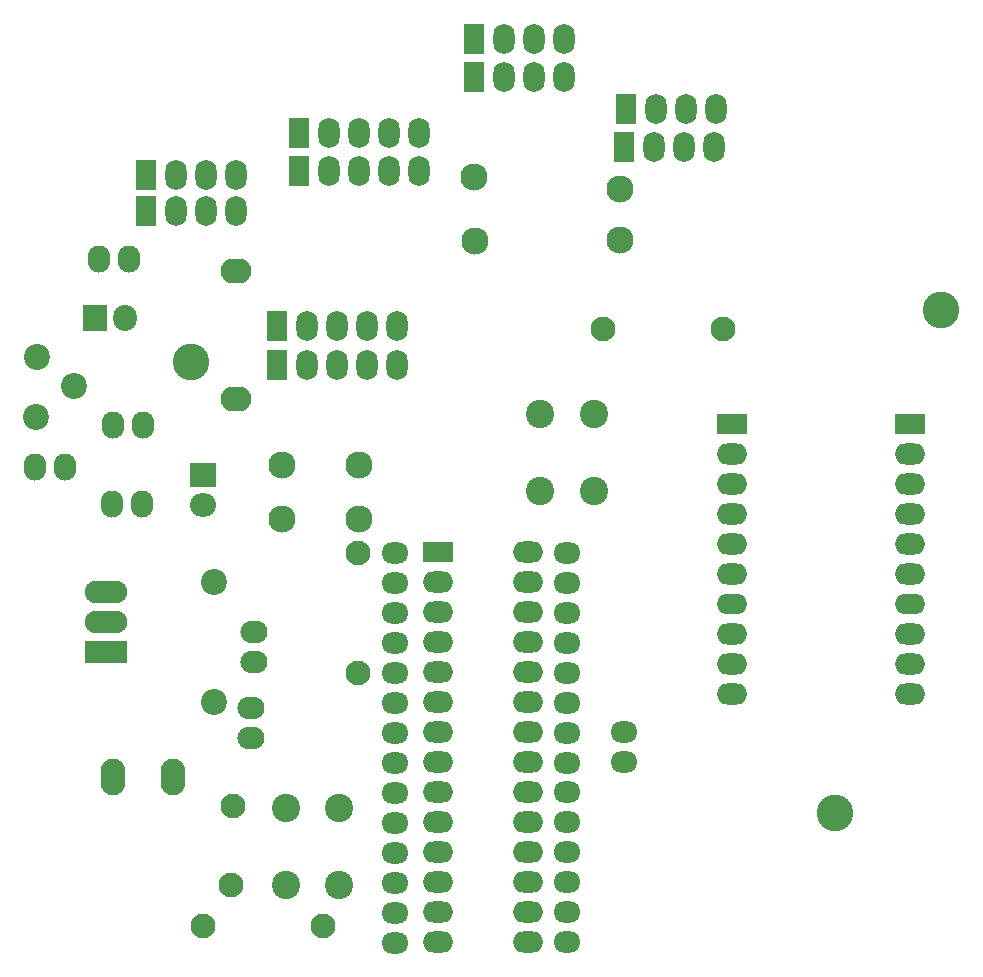
<source format=gbr>
G04 DipTrace 4.3.0.5*
G04 BottomMask.gbr*
%MOIN*%
G04 #@! TF.FileFunction,Soldermask,Bot*
G04 #@! TF.Part,Single*
%ADD25C,0.082677*%
%ADD26C,0.086614*%
%ADD39C,0.090551*%
%ADD48O,0.102362X0.066929*%
%ADD50O,0.090551X0.070866*%
%ADD52C,0.122047*%
%ADD54O,0.102362X0.082677*%
%ADD57C,0.094488*%
%ADD58O,0.07874X0.086614*%
%ADD60R,0.07874X0.086614*%
%ADD62O,0.074803X0.090551*%
%ADD64O,0.090551X0.074803*%
%ADD66O,0.086614X0.07874*%
%ADD68R,0.086614X0.07874*%
%ADD70O,0.082677X0.122047*%
%ADD72O,0.070866X0.102362*%
%ADD74R,0.070866X0.102362*%
%ADD76O,0.141732X0.074803*%
%ADD78R,0.141732X0.074803*%
%ADD80O,0.102362X0.070866*%
%ADD82R,0.102362X0.070866*%
%FSLAX26Y26*%
G04*
G70*
G90*
G75*
G01*
G04 BotMask*
%LPD*%
D82*
X3550404Y2465714D3*
X1977485Y2039763D3*
D80*
Y1939763D3*
Y1839763D3*
Y1739763D3*
Y1639763D3*
Y1539763D3*
Y1439763D3*
Y1339763D3*
Y1239763D3*
Y1139763D3*
Y1039763D3*
Y939763D3*
Y839763D3*
Y739763D3*
X2277485D3*
Y839763D3*
Y939763D3*
Y1039763D3*
Y1139763D3*
Y1239763D3*
Y1339763D3*
Y1439763D3*
Y1539763D3*
Y1639763D3*
Y1739763D3*
Y1839763D3*
Y1939763D3*
Y2039763D3*
D26*
X1232031Y1939600D3*
X1232042Y1541962D3*
D39*
X1713685Y2152196D3*
X1713681Y2329361D3*
X1457776Y2329356D3*
X1457780Y2152190D3*
D78*
X871780Y1707350D3*
D76*
X871777Y1807350D3*
X871773Y1907350D3*
D74*
X2599417Y3389246D3*
D72*
X2699417D3*
X2799417D3*
X2899417D3*
D74*
X1514695Y3438353D3*
D72*
X1614695D3*
X1714695D3*
X1814695D3*
X1914695D3*
D74*
X1003703Y3177604D3*
D72*
X1103703D3*
X1203703D3*
X1303703D3*
D26*
X640504Y2690202D3*
X764459Y2593514D3*
X639952Y2491444D3*
D70*
X1095769Y1289106D3*
X895769Y1289102D3*
D74*
X2099571Y3623403D3*
D72*
X2199571D3*
X2299571D3*
X2399571D3*
D74*
X1441531Y2663432D3*
D72*
X1541531D3*
X1641531D3*
X1741531D3*
X1841531D3*
D68*
X1194647Y2298575D3*
D66*
X1194651Y2198575D3*
D64*
X1365226Y1674715D3*
X1365222Y1774715D3*
X1356858Y1519348D3*
X1356863Y1419348D3*
D62*
X891424Y2200927D3*
X991424Y2200937D3*
X635224Y2323684D3*
X735224Y2323686D3*
X896006Y2464401D3*
X996006Y2464405D3*
D60*
X835333Y2821857D3*
D58*
X935333D3*
D62*
X948712Y3018118D3*
X848712D3*
D57*
X1649622Y1187369D3*
X1472456D3*
Y931463D3*
X1649622D3*
D25*
X1713179Y1638820D3*
Y2038820D3*
X1288521Y929769D3*
X1296884Y1193275D3*
D54*
X1304775Y2550066D3*
Y2976530D3*
D52*
X3655563Y2847873D3*
X3300496Y1169916D3*
D57*
X2497286Y2501091D3*
X2320120D3*
Y2245185D3*
X2497286D3*
D52*
X1153703Y2672487D3*
D25*
X1595053Y794379D3*
X1195053D3*
D50*
X2597425Y1339360D3*
X2597419Y1439360D3*
X2409607Y1337290D3*
Y1437290D3*
Y1537290D3*
Y1637290D3*
Y1737290D3*
Y1837290D3*
Y1937290D3*
Y2037290D3*
D74*
X1003703Y3297544D3*
D72*
X1103703D3*
X1203703D3*
X1303703D3*
D74*
X1514695Y3311719D3*
D72*
X1614695D3*
X1714695D3*
X1814695D3*
X1914695D3*
D74*
X2099571Y3751233D3*
D72*
X2199571D3*
X2299571D3*
X2399571D3*
D74*
X2605206Y3517265D3*
D72*
X2705206D3*
X2805206D3*
X2905206D3*
D74*
X1441531Y2794492D3*
D72*
X1541531D3*
X1641531D3*
X1741531D3*
X1841531D3*
D39*
X2097728Y3290910D3*
X2585296Y3249512D3*
X2102732Y3077416D3*
X2585296Y3080872D3*
D25*
X2927756Y2785265D3*
X2527756D3*
D50*
X1836227Y736882D3*
Y836882D3*
Y936882D3*
Y1036882D3*
Y1136882D3*
Y1236882D3*
Y1336882D3*
Y1436882D3*
Y1536882D3*
Y1636882D3*
Y1736882D3*
Y1836882D3*
Y1936882D3*
Y2036882D3*
X2409607Y1239790D3*
Y1139790D3*
Y1039790D3*
Y939790D3*
Y839790D3*
Y739790D3*
D82*
X2959504Y2465714D3*
D80*
Y2365714D3*
Y2265714D3*
Y2165714D3*
Y2065714D3*
Y1965714D3*
D48*
Y1865714D3*
D80*
Y1765714D3*
Y1665714D3*
Y1565714D3*
X3550404Y2365714D3*
Y2265714D3*
Y2165714D3*
Y2065714D3*
Y1965714D3*
D48*
Y1865714D3*
D80*
Y1765714D3*
Y1665714D3*
Y1565714D3*
M02*

</source>
